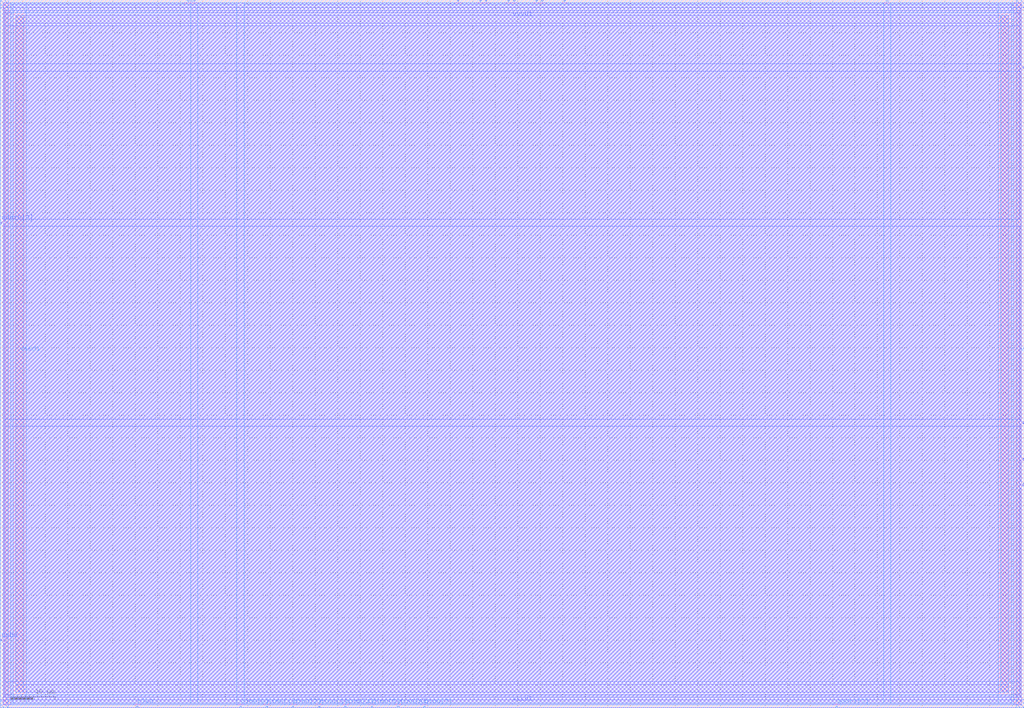
<source format=lef>
VERSION 5.4 ;
NAMESCASESENSITIVE ON ;
BUSBITCHARS "[]" ;
DIVIDERCHAR "/" ;
UNITS
  DATABASE MICRONS 1000 ;
END UNITS
MACRO sky130_sram_16byte_1r1w_16x8_8
   CLASS BLOCK ;
   SIZE 227.62 BY 157.38 ;
   SYMMETRY X Y R90 ;
   PIN din0[0]
      DIRECTION INPUT ;
      PORT
         LAYER met4 ;
         RECT  53.22 0.0 53.6 0.38 ;
      END
   END din0[0]
   PIN din0[1]
      DIRECTION INPUT ;
      PORT
         LAYER met4 ;
         RECT  59.06 0.0 59.44 0.38 ;
      END
   END din0[1]
   PIN din0[2]
      DIRECTION INPUT ;
      PORT
         LAYER met4 ;
         RECT  64.9 0.0 65.28 0.38 ;
      END
   END din0[2]
   PIN din0[3]
      DIRECTION INPUT ;
      PORT
         LAYER met4 ;
         RECT  70.74 0.0 71.12 0.38 ;
      END
   END din0[3]
   PIN din0[4]
      DIRECTION INPUT ;
      PORT
         LAYER met4 ;
         RECT  76.58 0.0 76.96 0.38 ;
      END
   END din0[4]
   PIN din0[5]
      DIRECTION INPUT ;
      PORT
         LAYER met4 ;
         RECT  82.42 0.0 82.8 0.38 ;
      END
   END din0[5]
   PIN din0[6]
      DIRECTION INPUT ;
      PORT
         LAYER met4 ;
         RECT  88.26 0.0 88.64 0.38 ;
      END
   END din0[6]
   PIN din0[7]
      DIRECTION INPUT ;
      PORT
         LAYER met4 ;
         RECT  94.1 0.0 94.48 0.38 ;
      END
   END din0[7]
   PIN addr0[0]
      DIRECTION INPUT ;
      PORT
         LAYER met3 ;
         RECT  0.0 107.58 0.38 107.96 ;
      END
   END addr0[0]
   PIN addr0[1]
      DIRECTION INPUT ;
      PORT
         LAYER met4 ;
         RECT  42.975 157.0 43.355 157.38 ;
      END
   END addr0[1]
   PIN addr0[2]
      DIRECTION INPUT ;
      PORT
         LAYER met4 ;
         RECT  42.285 157.0 42.665 157.38 ;
      END
   END addr0[2]
   PIN addr0[3]
      DIRECTION INPUT ;
      PORT
         LAYER met4 ;
         RECT  41.54 157.0 41.92 157.38 ;
      END
   END addr0[3]
   PIN addr1[0]
      DIRECTION INPUT ;
      PORT
         LAYER met3 ;
         RECT  227.24 63.145 227.62 63.525 ;
      END
   END addr1[0]
   PIN addr1[1]
      DIRECTION INPUT ;
      PORT
         LAYER met3 ;
         RECT  227.24 55.04 227.62 55.42 ;
      END
   END addr1[1]
   PIN addr1[2]
      DIRECTION INPUT ;
      PORT
         LAYER met3 ;
         RECT  227.24 49.4 227.62 49.78 ;
      END
   END addr1[2]
   PIN addr1[3]
      DIRECTION INPUT ;
      PORT
         LAYER met4 ;
         RECT  185.7 0.0 186.08 0.38 ;
      END
   END addr1[3]
   PIN csb0
      DIRECTION INPUT ;
      PORT
         LAYER met3 ;
         RECT  0.0 14.87 0.38 15.25 ;
      END
   END csb0
   PIN csb1
      DIRECTION INPUT ;
      PORT
         LAYER met3 ;
         RECT  227.24 142.13 227.62 142.51 ;
      END
   END csb1
   PIN clk0
      DIRECTION INPUT ;
      PORT
         LAYER met4 ;
         RECT  30.26 0.0 30.64 0.38 ;
      END
   END clk0
   PIN clk1
      DIRECTION INPUT ;
      PORT
         LAYER met4 ;
         RECT  196.98 157.0 197.36 157.38 ;
      END
   END clk1
   PIN dout1[0]
      DIRECTION OUTPUT ;
      PORT
         LAYER met4 ;
         RECT  101.565 157.0 101.945 157.38 ;
      END
   END dout1[0]
   PIN dout1[1]
      DIRECTION OUTPUT ;
      PORT
         LAYER met4 ;
         RECT  106.535 157.0 106.915 157.38 ;
      END
   END dout1[1]
   PIN dout1[2]
      DIRECTION OUTPUT ;
      PORT
         LAYER met4 ;
         RECT  107.805 157.0 108.185 157.38 ;
      END
   END dout1[2]
   PIN dout1[3]
      DIRECTION OUTPUT ;
      PORT
         LAYER met4 ;
         RECT  112.775 157.0 113.155 157.38 ;
      END
   END dout1[3]
   PIN dout1[4]
      DIRECTION OUTPUT ;
      PORT
         LAYER met4 ;
         RECT  114.045 157.0 114.425 157.38 ;
      END
   END dout1[4]
   PIN dout1[5]
      DIRECTION OUTPUT ;
      PORT
         LAYER met4 ;
         RECT  119.015 157.0 119.395 157.38 ;
      END
   END dout1[5]
   PIN dout1[6]
      DIRECTION OUTPUT ;
      PORT
         LAYER met4 ;
         RECT  120.285 157.0 120.665 157.38 ;
      END
   END dout1[6]
   PIN dout1[7]
      DIRECTION OUTPUT ;
      PORT
         LAYER met4 ;
         RECT  125.255 157.0 125.635 157.38 ;
      END
   END dout1[7]
   PIN vccd1
      DIRECTION INOUT ;
      USE POWER ; 
      SHAPE ABUTMENT ; 
      PORT
         LAYER met4 ;
         RECT  0.0 0.0 1.74 157.38 ;
         LAYER met3 ;
         RECT  0.0 155.64 227.62 157.38 ;
         LAYER met3 ;
         RECT  0.0 0.0 227.62 1.74 ;
         LAYER met4 ;
         RECT  225.88 0.0 227.62 157.38 ;
      END
   END vccd1
   PIN vssd1
      DIRECTION INOUT ;
      USE GROUND ; 
      SHAPE ABUTMENT ; 
      PORT
         LAYER met4 ;
         RECT  222.4 3.48 224.14 153.9 ;
         LAYER met3 ;
         RECT  3.48 3.48 224.14 5.22 ;
         LAYER met4 ;
         RECT  3.48 3.48 5.22 153.9 ;
         LAYER met3 ;
         RECT  3.48 152.16 224.14 153.9 ;
      END
   END vssd1
   OBS
   LAYER  met1 ;
      RECT  0.62 0.62 227.0 156.76 ;
   LAYER  met2 ;
      RECT  0.62 0.62 227.0 156.76 ;
   LAYER  met3 ;
      RECT  0.98 106.98 227.0 108.56 ;
      RECT  0.98 62.545 226.64 64.125 ;
      RECT  0.98 64.125 226.64 106.98 ;
      RECT  226.64 64.125 227.0 106.98 ;
      RECT  226.64 56.02 227.0 62.545 ;
      RECT  226.64 50.38 227.0 54.44 ;
      RECT  0.62 15.85 0.98 106.98 ;
      RECT  0.98 108.56 226.64 141.53 ;
      RECT  0.98 141.53 226.64 143.11 ;
      RECT  226.64 108.56 227.0 141.53 ;
      RECT  0.62 108.56 0.98 155.04 ;
      RECT  226.64 143.11 227.0 155.04 ;
      RECT  226.64 2.34 227.0 48.8 ;
      RECT  0.62 2.34 0.98 14.27 ;
      RECT  0.98 2.34 2.88 2.88 ;
      RECT  0.98 2.88 2.88 5.82 ;
      RECT  0.98 5.82 2.88 62.545 ;
      RECT  2.88 2.34 224.74 2.88 ;
      RECT  2.88 5.82 224.74 62.545 ;
      RECT  224.74 2.34 226.64 2.88 ;
      RECT  224.74 2.88 226.64 5.82 ;
      RECT  224.74 5.82 226.64 62.545 ;
      RECT  0.98 143.11 2.88 151.56 ;
      RECT  0.98 151.56 2.88 154.5 ;
      RECT  0.98 154.5 2.88 155.04 ;
      RECT  2.88 143.11 224.74 151.56 ;
      RECT  2.88 154.5 224.74 155.04 ;
      RECT  224.74 143.11 226.64 151.56 ;
      RECT  224.74 151.56 226.64 154.5 ;
      RECT  224.74 154.5 226.64 155.04 ;
   LAYER  met4 ;
      RECT  52.62 0.98 54.2 156.76 ;
      RECT  54.2 0.62 58.46 0.98 ;
      RECT  60.04 0.62 64.3 0.98 ;
      RECT  65.88 0.62 70.14 0.98 ;
      RECT  71.72 0.62 75.98 0.98 ;
      RECT  77.56 0.62 81.82 0.98 ;
      RECT  83.4 0.62 87.66 0.98 ;
      RECT  89.24 0.62 93.5 0.98 ;
      RECT  42.375 0.98 43.955 156.4 ;
      RECT  43.955 0.98 52.62 156.4 ;
      RECT  43.955 156.4 52.62 156.76 ;
      RECT  95.08 0.62 185.1 0.98 ;
      RECT  31.24 0.62 52.62 0.98 ;
      RECT  54.2 0.98 196.38 156.4 ;
      RECT  196.38 0.98 197.96 156.4 ;
      RECT  54.2 156.4 100.965 156.76 ;
      RECT  102.545 156.4 105.935 156.76 ;
      RECT  108.785 156.4 112.175 156.76 ;
      RECT  115.025 156.4 118.415 156.76 ;
      RECT  121.265 156.4 124.655 156.76 ;
      RECT  126.235 156.4 196.38 156.76 ;
      RECT  2.34 156.4 40.94 156.76 ;
      RECT  2.34 0.62 29.66 0.98 ;
      RECT  186.68 0.62 225.28 0.98 ;
      RECT  197.96 156.4 225.28 156.76 ;
      RECT  197.96 0.98 221.8 2.88 ;
      RECT  197.96 2.88 221.8 154.5 ;
      RECT  197.96 154.5 221.8 156.4 ;
      RECT  221.8 0.98 224.74 2.88 ;
      RECT  221.8 154.5 224.74 156.4 ;
      RECT  224.74 0.98 225.28 2.88 ;
      RECT  224.74 2.88 225.28 154.5 ;
      RECT  224.74 154.5 225.28 156.4 ;
      RECT  2.34 0.98 2.88 2.88 ;
      RECT  2.34 2.88 2.88 154.5 ;
      RECT  2.34 154.5 2.88 156.4 ;
      RECT  2.88 0.98 5.82 2.88 ;
      RECT  2.88 154.5 5.82 156.4 ;
      RECT  5.82 0.98 42.375 2.88 ;
      RECT  5.82 2.88 42.375 154.5 ;
      RECT  5.82 154.5 42.375 156.4 ;
   END
END    sky130_sram_16byte_1r1w_16x8_8
END    LIBRARY

</source>
